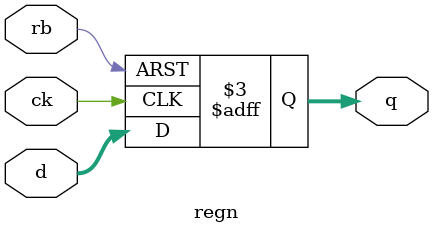
<source format=sv>
`timescale  1ns / 1ns
module  regn  #(
  parameter  n  =  8
)  (
  input  logic  [n-1:0]  d  ,
  output logic  [n-1:0]  q  ,
  input  logic           ck ,
  input  logic           rb
) ;

// Function
//
always_ff  @ ( posedge ck , negedge rb )
  if  ( !rb )  q  <= #1  {n{1'b0}} ;
  else         q  <= #1  d ;

endmodule
</source>
